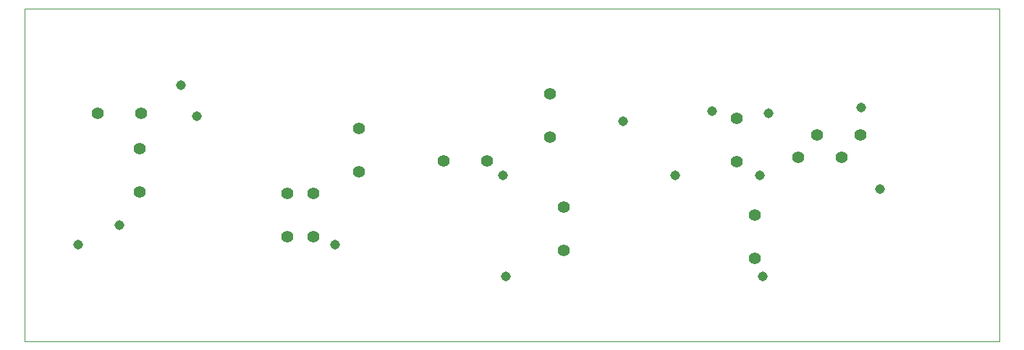
<source format=gbr>
%FSLAX44Y44*%
%OFA0.0000B0.0000*%
%SFA1B1*%
%MOMM*%
%ADD24C,0.1000X0.0000X0.0000*%
%ADD28C,1.1430X0.0000X0.0000*%
%ADD29C,1.3970X0.0000X0.0000*%
%LNBack*%
%LPD*%
G54D10*
G54D24*
X0Y390000D2*
X0Y0D1*
X1140000Y390000D2*
X0Y390000D1*
X1140000Y0D2*
X1140000Y390000D1*
X0Y0D2*
X1140000Y0D1*
G54D28*
X110489Y135973D3*
X870320Y267475D3*
X760611Y194841D3*
X201547Y263856D3*
X1000279Y178416D3*
X699528Y257822D3*
X803800Y269800D3*
X978200Y273900D3*
X182994Y300501D3*
X62511Y113300D3*
X362689Y113097D3*
X863189Y76100D3*
X563011Y76303D3*
X859649Y194423D3*
X559471Y194626D3*
G54D29*
X832500Y210300D3*
X832500Y261100D3*
X926800Y241800D3*
X977600Y241800D3*
X134200Y174765D3*
X134200Y225565D3*
X540700Y211600D3*
X489900Y211600D3*
X630772Y106277D3*
X630772Y157077D3*
X337200Y122700D3*
X337200Y173500D3*
X614341Y290294D3*
X614341Y239494D3*
X955800Y215900D3*
X905000Y215900D3*
X136300Y267600D3*
X85500Y267600D3*
X390830Y249590D3*
X390830Y198790D3*
X854163Y97131D3*
X854163Y147931D3*
X307058Y122794D3*
X307058Y173594D3*
M02*

</source>
